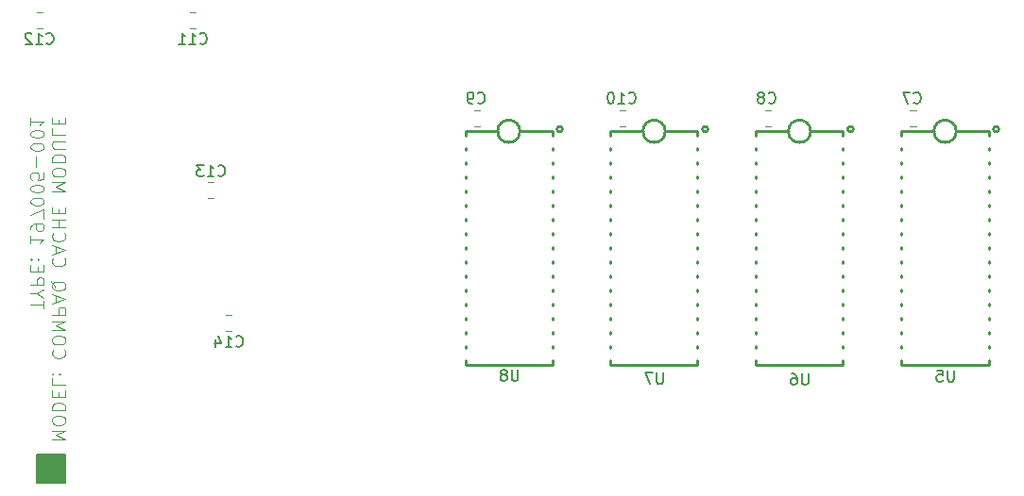
<source format=gbr>
%TF.GenerationSoftware,KiCad,Pcbnew,8.0.4*%
%TF.CreationDate,2024-09-02T10:09:59+02:00*%
%TF.ProjectId,sram,7372616d-2e6b-4696-9361-645f70636258,rev?*%
%TF.SameCoordinates,Original*%
%TF.FileFunction,Legend,Bot*%
%TF.FilePolarity,Positive*%
%FSLAX46Y46*%
G04 Gerber Fmt 4.6, Leading zero omitted, Abs format (unit mm)*
G04 Created by KiCad (PCBNEW 8.0.4) date 2024-09-02 10:09:59*
%MOMM*%
%LPD*%
G01*
G04 APERTURE LIST*
%ADD10C,0.200000*%
%ADD11C,0.125000*%
%ADD12C,0.150000*%
%ADD13C,0.120000*%
%ADD14C,0.250000*%
G04 APERTURE END LIST*
D10*
X141494702Y-100600000D02*
X144034702Y-100600000D01*
X144034702Y-103140000D01*
X141494702Y-103140000D01*
X141494702Y-100600000D01*
G36*
X141494702Y-100600000D02*
G01*
X144034702Y-100600000D01*
X144034702Y-103140000D01*
X141494702Y-103140000D01*
X141494702Y-100600000D01*
G37*
D11*
X142873049Y-99225095D02*
X144073049Y-99225095D01*
X144073049Y-99225095D02*
X143215906Y-98825095D01*
X143215906Y-98825095D02*
X144073049Y-98425095D01*
X144073049Y-98425095D02*
X142873049Y-98425095D01*
X144073049Y-97625095D02*
X144073049Y-97396523D01*
X144073049Y-97396523D02*
X144015906Y-97282238D01*
X144015906Y-97282238D02*
X143901620Y-97167952D01*
X143901620Y-97167952D02*
X143673049Y-97110809D01*
X143673049Y-97110809D02*
X143273049Y-97110809D01*
X143273049Y-97110809D02*
X143044477Y-97167952D01*
X143044477Y-97167952D02*
X142930192Y-97282238D01*
X142930192Y-97282238D02*
X142873049Y-97396523D01*
X142873049Y-97396523D02*
X142873049Y-97625095D01*
X142873049Y-97625095D02*
X142930192Y-97739381D01*
X142930192Y-97739381D02*
X143044477Y-97853666D01*
X143044477Y-97853666D02*
X143273049Y-97910809D01*
X143273049Y-97910809D02*
X143673049Y-97910809D01*
X143673049Y-97910809D02*
X143901620Y-97853666D01*
X143901620Y-97853666D02*
X144015906Y-97739381D01*
X144015906Y-97739381D02*
X144073049Y-97625095D01*
X142873049Y-96596523D02*
X144073049Y-96596523D01*
X144073049Y-96596523D02*
X144073049Y-96310809D01*
X144073049Y-96310809D02*
X144015906Y-96139380D01*
X144015906Y-96139380D02*
X143901620Y-96025095D01*
X143901620Y-96025095D02*
X143787334Y-95967952D01*
X143787334Y-95967952D02*
X143558763Y-95910809D01*
X143558763Y-95910809D02*
X143387334Y-95910809D01*
X143387334Y-95910809D02*
X143158763Y-95967952D01*
X143158763Y-95967952D02*
X143044477Y-96025095D01*
X143044477Y-96025095D02*
X142930192Y-96139380D01*
X142930192Y-96139380D02*
X142873049Y-96310809D01*
X142873049Y-96310809D02*
X142873049Y-96596523D01*
X143501620Y-95396523D02*
X143501620Y-94996523D01*
X142873049Y-94825095D02*
X142873049Y-95396523D01*
X142873049Y-95396523D02*
X144073049Y-95396523D01*
X144073049Y-95396523D02*
X144073049Y-94825095D01*
X142873049Y-93739381D02*
X142873049Y-94310809D01*
X142873049Y-94310809D02*
X144073049Y-94310809D01*
X142987334Y-93339380D02*
X142930192Y-93282237D01*
X142930192Y-93282237D02*
X142873049Y-93339380D01*
X142873049Y-93339380D02*
X142930192Y-93396523D01*
X142930192Y-93396523D02*
X142987334Y-93339380D01*
X142987334Y-93339380D02*
X142873049Y-93339380D01*
X143615906Y-93339380D02*
X143558763Y-93282237D01*
X143558763Y-93282237D02*
X143501620Y-93339380D01*
X143501620Y-93339380D02*
X143558763Y-93396523D01*
X143558763Y-93396523D02*
X143615906Y-93339380D01*
X143615906Y-93339380D02*
X143501620Y-93339380D01*
X142987334Y-91167951D02*
X142930192Y-91225094D01*
X142930192Y-91225094D02*
X142873049Y-91396522D01*
X142873049Y-91396522D02*
X142873049Y-91510808D01*
X142873049Y-91510808D02*
X142930192Y-91682237D01*
X142930192Y-91682237D02*
X143044477Y-91796522D01*
X143044477Y-91796522D02*
X143158763Y-91853665D01*
X143158763Y-91853665D02*
X143387334Y-91910808D01*
X143387334Y-91910808D02*
X143558763Y-91910808D01*
X143558763Y-91910808D02*
X143787334Y-91853665D01*
X143787334Y-91853665D02*
X143901620Y-91796522D01*
X143901620Y-91796522D02*
X144015906Y-91682237D01*
X144015906Y-91682237D02*
X144073049Y-91510808D01*
X144073049Y-91510808D02*
X144073049Y-91396522D01*
X144073049Y-91396522D02*
X144015906Y-91225094D01*
X144015906Y-91225094D02*
X143958763Y-91167951D01*
X144073049Y-90425094D02*
X144073049Y-90196522D01*
X144073049Y-90196522D02*
X144015906Y-90082237D01*
X144015906Y-90082237D02*
X143901620Y-89967951D01*
X143901620Y-89967951D02*
X143673049Y-89910808D01*
X143673049Y-89910808D02*
X143273049Y-89910808D01*
X143273049Y-89910808D02*
X143044477Y-89967951D01*
X143044477Y-89967951D02*
X142930192Y-90082237D01*
X142930192Y-90082237D02*
X142873049Y-90196522D01*
X142873049Y-90196522D02*
X142873049Y-90425094D01*
X142873049Y-90425094D02*
X142930192Y-90539380D01*
X142930192Y-90539380D02*
X143044477Y-90653665D01*
X143044477Y-90653665D02*
X143273049Y-90710808D01*
X143273049Y-90710808D02*
X143673049Y-90710808D01*
X143673049Y-90710808D02*
X143901620Y-90653665D01*
X143901620Y-90653665D02*
X144015906Y-90539380D01*
X144015906Y-90539380D02*
X144073049Y-90425094D01*
X142873049Y-89396522D02*
X144073049Y-89396522D01*
X144073049Y-89396522D02*
X143215906Y-88996522D01*
X143215906Y-88996522D02*
X144073049Y-88596522D01*
X144073049Y-88596522D02*
X142873049Y-88596522D01*
X142873049Y-88025093D02*
X144073049Y-88025093D01*
X144073049Y-88025093D02*
X144073049Y-87567950D01*
X144073049Y-87567950D02*
X144015906Y-87453665D01*
X144015906Y-87453665D02*
X143958763Y-87396522D01*
X143958763Y-87396522D02*
X143844477Y-87339379D01*
X143844477Y-87339379D02*
X143673049Y-87339379D01*
X143673049Y-87339379D02*
X143558763Y-87396522D01*
X143558763Y-87396522D02*
X143501620Y-87453665D01*
X143501620Y-87453665D02*
X143444477Y-87567950D01*
X143444477Y-87567950D02*
X143444477Y-88025093D01*
X143215906Y-86882236D02*
X143215906Y-86310808D01*
X142873049Y-86996522D02*
X144073049Y-86596522D01*
X144073049Y-86596522D02*
X142873049Y-86196522D01*
X142758763Y-84996522D02*
X142815906Y-85110808D01*
X142815906Y-85110808D02*
X142930192Y-85225094D01*
X142930192Y-85225094D02*
X143101620Y-85396522D01*
X143101620Y-85396522D02*
X143158763Y-85510808D01*
X143158763Y-85510808D02*
X143158763Y-85625094D01*
X142873049Y-85567951D02*
X142930192Y-85682237D01*
X142930192Y-85682237D02*
X143044477Y-85796522D01*
X143044477Y-85796522D02*
X143273049Y-85853665D01*
X143273049Y-85853665D02*
X143673049Y-85853665D01*
X143673049Y-85853665D02*
X143901620Y-85796522D01*
X143901620Y-85796522D02*
X144015906Y-85682237D01*
X144015906Y-85682237D02*
X144073049Y-85567951D01*
X144073049Y-85567951D02*
X144073049Y-85339379D01*
X144073049Y-85339379D02*
X144015906Y-85225094D01*
X144015906Y-85225094D02*
X143901620Y-85110808D01*
X143901620Y-85110808D02*
X143673049Y-85053665D01*
X143673049Y-85053665D02*
X143273049Y-85053665D01*
X143273049Y-85053665D02*
X143044477Y-85110808D01*
X143044477Y-85110808D02*
X142930192Y-85225094D01*
X142930192Y-85225094D02*
X142873049Y-85339379D01*
X142873049Y-85339379D02*
X142873049Y-85567951D01*
X142987334Y-82939379D02*
X142930192Y-82996522D01*
X142930192Y-82996522D02*
X142873049Y-83167950D01*
X142873049Y-83167950D02*
X142873049Y-83282236D01*
X142873049Y-83282236D02*
X142930192Y-83453665D01*
X142930192Y-83453665D02*
X143044477Y-83567950D01*
X143044477Y-83567950D02*
X143158763Y-83625093D01*
X143158763Y-83625093D02*
X143387334Y-83682236D01*
X143387334Y-83682236D02*
X143558763Y-83682236D01*
X143558763Y-83682236D02*
X143787334Y-83625093D01*
X143787334Y-83625093D02*
X143901620Y-83567950D01*
X143901620Y-83567950D02*
X144015906Y-83453665D01*
X144015906Y-83453665D02*
X144073049Y-83282236D01*
X144073049Y-83282236D02*
X144073049Y-83167950D01*
X144073049Y-83167950D02*
X144015906Y-82996522D01*
X144015906Y-82996522D02*
X143958763Y-82939379D01*
X143215906Y-82482236D02*
X143215906Y-81910808D01*
X142873049Y-82596522D02*
X144073049Y-82196522D01*
X144073049Y-82196522D02*
X142873049Y-81796522D01*
X142987334Y-80710808D02*
X142930192Y-80767951D01*
X142930192Y-80767951D02*
X142873049Y-80939379D01*
X142873049Y-80939379D02*
X142873049Y-81053665D01*
X142873049Y-81053665D02*
X142930192Y-81225094D01*
X142930192Y-81225094D02*
X143044477Y-81339379D01*
X143044477Y-81339379D02*
X143158763Y-81396522D01*
X143158763Y-81396522D02*
X143387334Y-81453665D01*
X143387334Y-81453665D02*
X143558763Y-81453665D01*
X143558763Y-81453665D02*
X143787334Y-81396522D01*
X143787334Y-81396522D02*
X143901620Y-81339379D01*
X143901620Y-81339379D02*
X144015906Y-81225094D01*
X144015906Y-81225094D02*
X144073049Y-81053665D01*
X144073049Y-81053665D02*
X144073049Y-80939379D01*
X144073049Y-80939379D02*
X144015906Y-80767951D01*
X144015906Y-80767951D02*
X143958763Y-80710808D01*
X142873049Y-80196522D02*
X144073049Y-80196522D01*
X143501620Y-80196522D02*
X143501620Y-79510808D01*
X142873049Y-79510808D02*
X144073049Y-79510808D01*
X143501620Y-78939379D02*
X143501620Y-78539379D01*
X142873049Y-78367951D02*
X142873049Y-78939379D01*
X142873049Y-78939379D02*
X144073049Y-78939379D01*
X144073049Y-78939379D02*
X144073049Y-78367951D01*
X142873049Y-76939379D02*
X144073049Y-76939379D01*
X144073049Y-76939379D02*
X143215906Y-76539379D01*
X143215906Y-76539379D02*
X144073049Y-76139379D01*
X144073049Y-76139379D02*
X142873049Y-76139379D01*
X144073049Y-75339379D02*
X144073049Y-75110807D01*
X144073049Y-75110807D02*
X144015906Y-74996522D01*
X144015906Y-74996522D02*
X143901620Y-74882236D01*
X143901620Y-74882236D02*
X143673049Y-74825093D01*
X143673049Y-74825093D02*
X143273049Y-74825093D01*
X143273049Y-74825093D02*
X143044477Y-74882236D01*
X143044477Y-74882236D02*
X142930192Y-74996522D01*
X142930192Y-74996522D02*
X142873049Y-75110807D01*
X142873049Y-75110807D02*
X142873049Y-75339379D01*
X142873049Y-75339379D02*
X142930192Y-75453665D01*
X142930192Y-75453665D02*
X143044477Y-75567950D01*
X143044477Y-75567950D02*
X143273049Y-75625093D01*
X143273049Y-75625093D02*
X143673049Y-75625093D01*
X143673049Y-75625093D02*
X143901620Y-75567950D01*
X143901620Y-75567950D02*
X144015906Y-75453665D01*
X144015906Y-75453665D02*
X144073049Y-75339379D01*
X142873049Y-74310807D02*
X144073049Y-74310807D01*
X144073049Y-74310807D02*
X144073049Y-74025093D01*
X144073049Y-74025093D02*
X144015906Y-73853664D01*
X144015906Y-73853664D02*
X143901620Y-73739379D01*
X143901620Y-73739379D02*
X143787334Y-73682236D01*
X143787334Y-73682236D02*
X143558763Y-73625093D01*
X143558763Y-73625093D02*
X143387334Y-73625093D01*
X143387334Y-73625093D02*
X143158763Y-73682236D01*
X143158763Y-73682236D02*
X143044477Y-73739379D01*
X143044477Y-73739379D02*
X142930192Y-73853664D01*
X142930192Y-73853664D02*
X142873049Y-74025093D01*
X142873049Y-74025093D02*
X142873049Y-74310807D01*
X144073049Y-73110807D02*
X143101620Y-73110807D01*
X143101620Y-73110807D02*
X142987334Y-73053664D01*
X142987334Y-73053664D02*
X142930192Y-72996522D01*
X142930192Y-72996522D02*
X142873049Y-72882236D01*
X142873049Y-72882236D02*
X142873049Y-72653664D01*
X142873049Y-72653664D02*
X142930192Y-72539379D01*
X142930192Y-72539379D02*
X142987334Y-72482236D01*
X142987334Y-72482236D02*
X143101620Y-72425093D01*
X143101620Y-72425093D02*
X144073049Y-72425093D01*
X142873049Y-71282236D02*
X142873049Y-71853664D01*
X142873049Y-71853664D02*
X144073049Y-71853664D01*
X143501620Y-70882235D02*
X143501620Y-70482235D01*
X142873049Y-70310807D02*
X142873049Y-70882235D01*
X142873049Y-70882235D02*
X144073049Y-70882235D01*
X144073049Y-70882235D02*
X144073049Y-70310807D01*
X142141116Y-87453663D02*
X142141116Y-86767949D01*
X140941116Y-87110806D02*
X142141116Y-87110806D01*
X141512544Y-86139377D02*
X140941116Y-86139377D01*
X142141116Y-86539377D02*
X141512544Y-86139377D01*
X141512544Y-86139377D02*
X142141116Y-85739377D01*
X140941116Y-85339377D02*
X142141116Y-85339377D01*
X142141116Y-85339377D02*
X142141116Y-84882234D01*
X142141116Y-84882234D02*
X142083973Y-84767949D01*
X142083973Y-84767949D02*
X142026830Y-84710806D01*
X142026830Y-84710806D02*
X141912544Y-84653663D01*
X141912544Y-84653663D02*
X141741116Y-84653663D01*
X141741116Y-84653663D02*
X141626830Y-84710806D01*
X141626830Y-84710806D02*
X141569687Y-84767949D01*
X141569687Y-84767949D02*
X141512544Y-84882234D01*
X141512544Y-84882234D02*
X141512544Y-85339377D01*
X141569687Y-84139377D02*
X141569687Y-83739377D01*
X140941116Y-83567949D02*
X140941116Y-84139377D01*
X140941116Y-84139377D02*
X142141116Y-84139377D01*
X142141116Y-84139377D02*
X142141116Y-83567949D01*
X141055401Y-83053663D02*
X140998259Y-82996520D01*
X140998259Y-82996520D02*
X140941116Y-83053663D01*
X140941116Y-83053663D02*
X140998259Y-83110806D01*
X140998259Y-83110806D02*
X141055401Y-83053663D01*
X141055401Y-83053663D02*
X140941116Y-83053663D01*
X141683973Y-83053663D02*
X141626830Y-82996520D01*
X141626830Y-82996520D02*
X141569687Y-83053663D01*
X141569687Y-83053663D02*
X141626830Y-83110806D01*
X141626830Y-83110806D02*
X141683973Y-83053663D01*
X141683973Y-83053663D02*
X141569687Y-83053663D01*
X140941116Y-80939377D02*
X140941116Y-81625091D01*
X140941116Y-81282234D02*
X142141116Y-81282234D01*
X142141116Y-81282234D02*
X141969687Y-81396520D01*
X141969687Y-81396520D02*
X141855401Y-81510805D01*
X141855401Y-81510805D02*
X141798259Y-81625091D01*
X140941116Y-80367948D02*
X140941116Y-80139377D01*
X140941116Y-80139377D02*
X140998259Y-80025091D01*
X140998259Y-80025091D02*
X141055401Y-79967948D01*
X141055401Y-79967948D02*
X141226830Y-79853663D01*
X141226830Y-79853663D02*
X141455401Y-79796520D01*
X141455401Y-79796520D02*
X141912544Y-79796520D01*
X141912544Y-79796520D02*
X142026830Y-79853663D01*
X142026830Y-79853663D02*
X142083973Y-79910806D01*
X142083973Y-79910806D02*
X142141116Y-80025091D01*
X142141116Y-80025091D02*
X142141116Y-80253663D01*
X142141116Y-80253663D02*
X142083973Y-80367948D01*
X142083973Y-80367948D02*
X142026830Y-80425091D01*
X142026830Y-80425091D02*
X141912544Y-80482234D01*
X141912544Y-80482234D02*
X141626830Y-80482234D01*
X141626830Y-80482234D02*
X141512544Y-80425091D01*
X141512544Y-80425091D02*
X141455401Y-80367948D01*
X141455401Y-80367948D02*
X141398259Y-80253663D01*
X141398259Y-80253663D02*
X141398259Y-80025091D01*
X141398259Y-80025091D02*
X141455401Y-79910806D01*
X141455401Y-79910806D02*
X141512544Y-79853663D01*
X141512544Y-79853663D02*
X141626830Y-79796520D01*
X142141116Y-79396520D02*
X142141116Y-78596520D01*
X142141116Y-78596520D02*
X140941116Y-79110806D01*
X142141116Y-77910806D02*
X142141116Y-77796520D01*
X142141116Y-77796520D02*
X142083973Y-77682234D01*
X142083973Y-77682234D02*
X142026830Y-77625092D01*
X142026830Y-77625092D02*
X141912544Y-77567949D01*
X141912544Y-77567949D02*
X141683973Y-77510806D01*
X141683973Y-77510806D02*
X141398259Y-77510806D01*
X141398259Y-77510806D02*
X141169687Y-77567949D01*
X141169687Y-77567949D02*
X141055401Y-77625092D01*
X141055401Y-77625092D02*
X140998259Y-77682234D01*
X140998259Y-77682234D02*
X140941116Y-77796520D01*
X140941116Y-77796520D02*
X140941116Y-77910806D01*
X140941116Y-77910806D02*
X140998259Y-78025092D01*
X140998259Y-78025092D02*
X141055401Y-78082234D01*
X141055401Y-78082234D02*
X141169687Y-78139377D01*
X141169687Y-78139377D02*
X141398259Y-78196520D01*
X141398259Y-78196520D02*
X141683973Y-78196520D01*
X141683973Y-78196520D02*
X141912544Y-78139377D01*
X141912544Y-78139377D02*
X142026830Y-78082234D01*
X142026830Y-78082234D02*
X142083973Y-78025092D01*
X142083973Y-78025092D02*
X142141116Y-77910806D01*
X142141116Y-76767949D02*
X142141116Y-76653663D01*
X142141116Y-76653663D02*
X142083973Y-76539377D01*
X142083973Y-76539377D02*
X142026830Y-76482235D01*
X142026830Y-76482235D02*
X141912544Y-76425092D01*
X141912544Y-76425092D02*
X141683973Y-76367949D01*
X141683973Y-76367949D02*
X141398259Y-76367949D01*
X141398259Y-76367949D02*
X141169687Y-76425092D01*
X141169687Y-76425092D02*
X141055401Y-76482235D01*
X141055401Y-76482235D02*
X140998259Y-76539377D01*
X140998259Y-76539377D02*
X140941116Y-76653663D01*
X140941116Y-76653663D02*
X140941116Y-76767949D01*
X140941116Y-76767949D02*
X140998259Y-76882235D01*
X140998259Y-76882235D02*
X141055401Y-76939377D01*
X141055401Y-76939377D02*
X141169687Y-76996520D01*
X141169687Y-76996520D02*
X141398259Y-77053663D01*
X141398259Y-77053663D02*
X141683973Y-77053663D01*
X141683973Y-77053663D02*
X141912544Y-76996520D01*
X141912544Y-76996520D02*
X142026830Y-76939377D01*
X142026830Y-76939377D02*
X142083973Y-76882235D01*
X142083973Y-76882235D02*
X142141116Y-76767949D01*
X142141116Y-75282235D02*
X142141116Y-75853663D01*
X142141116Y-75853663D02*
X141569687Y-75910806D01*
X141569687Y-75910806D02*
X141626830Y-75853663D01*
X141626830Y-75853663D02*
X141683973Y-75739378D01*
X141683973Y-75739378D02*
X141683973Y-75453663D01*
X141683973Y-75453663D02*
X141626830Y-75339378D01*
X141626830Y-75339378D02*
X141569687Y-75282235D01*
X141569687Y-75282235D02*
X141455401Y-75225092D01*
X141455401Y-75225092D02*
X141169687Y-75225092D01*
X141169687Y-75225092D02*
X141055401Y-75282235D01*
X141055401Y-75282235D02*
X140998259Y-75339378D01*
X140998259Y-75339378D02*
X140941116Y-75453663D01*
X140941116Y-75453663D02*
X140941116Y-75739378D01*
X140941116Y-75739378D02*
X140998259Y-75853663D01*
X140998259Y-75853663D02*
X141055401Y-75910806D01*
X141398259Y-74710806D02*
X141398259Y-73796521D01*
X142141116Y-72996521D02*
X142141116Y-72882235D01*
X142141116Y-72882235D02*
X142083973Y-72767949D01*
X142083973Y-72767949D02*
X142026830Y-72710807D01*
X142026830Y-72710807D02*
X141912544Y-72653664D01*
X141912544Y-72653664D02*
X141683973Y-72596521D01*
X141683973Y-72596521D02*
X141398259Y-72596521D01*
X141398259Y-72596521D02*
X141169687Y-72653664D01*
X141169687Y-72653664D02*
X141055401Y-72710807D01*
X141055401Y-72710807D02*
X140998259Y-72767949D01*
X140998259Y-72767949D02*
X140941116Y-72882235D01*
X140941116Y-72882235D02*
X140941116Y-72996521D01*
X140941116Y-72996521D02*
X140998259Y-73110807D01*
X140998259Y-73110807D02*
X141055401Y-73167949D01*
X141055401Y-73167949D02*
X141169687Y-73225092D01*
X141169687Y-73225092D02*
X141398259Y-73282235D01*
X141398259Y-73282235D02*
X141683973Y-73282235D01*
X141683973Y-73282235D02*
X141912544Y-73225092D01*
X141912544Y-73225092D02*
X142026830Y-73167949D01*
X142026830Y-73167949D02*
X142083973Y-73110807D01*
X142083973Y-73110807D02*
X142141116Y-72996521D01*
X142141116Y-71853664D02*
X142141116Y-71739378D01*
X142141116Y-71739378D02*
X142083973Y-71625092D01*
X142083973Y-71625092D02*
X142026830Y-71567950D01*
X142026830Y-71567950D02*
X141912544Y-71510807D01*
X141912544Y-71510807D02*
X141683973Y-71453664D01*
X141683973Y-71453664D02*
X141398259Y-71453664D01*
X141398259Y-71453664D02*
X141169687Y-71510807D01*
X141169687Y-71510807D02*
X141055401Y-71567950D01*
X141055401Y-71567950D02*
X140998259Y-71625092D01*
X140998259Y-71625092D02*
X140941116Y-71739378D01*
X140941116Y-71739378D02*
X140941116Y-71853664D01*
X140941116Y-71853664D02*
X140998259Y-71967950D01*
X140998259Y-71967950D02*
X141055401Y-72025092D01*
X141055401Y-72025092D02*
X141169687Y-72082235D01*
X141169687Y-72082235D02*
X141398259Y-72139378D01*
X141398259Y-72139378D02*
X141683973Y-72139378D01*
X141683973Y-72139378D02*
X141912544Y-72082235D01*
X141912544Y-72082235D02*
X142026830Y-72025092D01*
X142026830Y-72025092D02*
X142083973Y-71967950D01*
X142083973Y-71967950D02*
X142141116Y-71853664D01*
X140941116Y-70310807D02*
X140941116Y-70996521D01*
X140941116Y-70653664D02*
X142141116Y-70653664D01*
X142141116Y-70653664D02*
X141969687Y-70767950D01*
X141969687Y-70767950D02*
X141855401Y-70882235D01*
X141855401Y-70882235D02*
X141798259Y-70996521D01*
D12*
X207096666Y-68959580D02*
X207144285Y-69007200D01*
X207144285Y-69007200D02*
X207287142Y-69054819D01*
X207287142Y-69054819D02*
X207382380Y-69054819D01*
X207382380Y-69054819D02*
X207525237Y-69007200D01*
X207525237Y-69007200D02*
X207620475Y-68911961D01*
X207620475Y-68911961D02*
X207668094Y-68816723D01*
X207668094Y-68816723D02*
X207715713Y-68626247D01*
X207715713Y-68626247D02*
X207715713Y-68483390D01*
X207715713Y-68483390D02*
X207668094Y-68292914D01*
X207668094Y-68292914D02*
X207620475Y-68197676D01*
X207620475Y-68197676D02*
X207525237Y-68102438D01*
X207525237Y-68102438D02*
X207382380Y-68054819D01*
X207382380Y-68054819D02*
X207287142Y-68054819D01*
X207287142Y-68054819D02*
X207144285Y-68102438D01*
X207144285Y-68102438D02*
X207096666Y-68150057D01*
X206525237Y-68483390D02*
X206620475Y-68435771D01*
X206620475Y-68435771D02*
X206668094Y-68388152D01*
X206668094Y-68388152D02*
X206715713Y-68292914D01*
X206715713Y-68292914D02*
X206715713Y-68245295D01*
X206715713Y-68245295D02*
X206668094Y-68150057D01*
X206668094Y-68150057D02*
X206620475Y-68102438D01*
X206620475Y-68102438D02*
X206525237Y-68054819D01*
X206525237Y-68054819D02*
X206334761Y-68054819D01*
X206334761Y-68054819D02*
X206239523Y-68102438D01*
X206239523Y-68102438D02*
X206191904Y-68150057D01*
X206191904Y-68150057D02*
X206144285Y-68245295D01*
X206144285Y-68245295D02*
X206144285Y-68292914D01*
X206144285Y-68292914D02*
X206191904Y-68388152D01*
X206191904Y-68388152D02*
X206239523Y-68435771D01*
X206239523Y-68435771D02*
X206334761Y-68483390D01*
X206334761Y-68483390D02*
X206525237Y-68483390D01*
X206525237Y-68483390D02*
X206620475Y-68531009D01*
X206620475Y-68531009D02*
X206668094Y-68578628D01*
X206668094Y-68578628D02*
X206715713Y-68673866D01*
X206715713Y-68673866D02*
X206715713Y-68864342D01*
X206715713Y-68864342D02*
X206668094Y-68959580D01*
X206668094Y-68959580D02*
X206620475Y-69007200D01*
X206620475Y-69007200D02*
X206525237Y-69054819D01*
X206525237Y-69054819D02*
X206334761Y-69054819D01*
X206334761Y-69054819D02*
X206239523Y-69007200D01*
X206239523Y-69007200D02*
X206191904Y-68959580D01*
X206191904Y-68959580D02*
X206144285Y-68864342D01*
X206144285Y-68864342D02*
X206144285Y-68673866D01*
X206144285Y-68673866D02*
X206191904Y-68578628D01*
X206191904Y-68578628D02*
X206239523Y-68531009D01*
X206239523Y-68531009D02*
X206334761Y-68483390D01*
X159362857Y-90829580D02*
X159410476Y-90877200D01*
X159410476Y-90877200D02*
X159553333Y-90924819D01*
X159553333Y-90924819D02*
X159648571Y-90924819D01*
X159648571Y-90924819D02*
X159791428Y-90877200D01*
X159791428Y-90877200D02*
X159886666Y-90781961D01*
X159886666Y-90781961D02*
X159934285Y-90686723D01*
X159934285Y-90686723D02*
X159981904Y-90496247D01*
X159981904Y-90496247D02*
X159981904Y-90353390D01*
X159981904Y-90353390D02*
X159934285Y-90162914D01*
X159934285Y-90162914D02*
X159886666Y-90067676D01*
X159886666Y-90067676D02*
X159791428Y-89972438D01*
X159791428Y-89972438D02*
X159648571Y-89924819D01*
X159648571Y-89924819D02*
X159553333Y-89924819D01*
X159553333Y-89924819D02*
X159410476Y-89972438D01*
X159410476Y-89972438D02*
X159362857Y-90020057D01*
X158410476Y-90924819D02*
X158981904Y-90924819D01*
X158696190Y-90924819D02*
X158696190Y-89924819D01*
X158696190Y-89924819D02*
X158791428Y-90067676D01*
X158791428Y-90067676D02*
X158886666Y-90162914D01*
X158886666Y-90162914D02*
X158981904Y-90210533D01*
X157553333Y-90258152D02*
X157553333Y-90924819D01*
X157791428Y-89877200D02*
X158029523Y-90591485D01*
X158029523Y-90591485D02*
X157410476Y-90591485D01*
X223721904Y-93024819D02*
X223721904Y-93834342D01*
X223721904Y-93834342D02*
X223674285Y-93929580D01*
X223674285Y-93929580D02*
X223626666Y-93977200D01*
X223626666Y-93977200D02*
X223531428Y-94024819D01*
X223531428Y-94024819D02*
X223340952Y-94024819D01*
X223340952Y-94024819D02*
X223245714Y-93977200D01*
X223245714Y-93977200D02*
X223198095Y-93929580D01*
X223198095Y-93929580D02*
X223150476Y-93834342D01*
X223150476Y-93834342D02*
X223150476Y-93024819D01*
X222198095Y-93024819D02*
X222674285Y-93024819D01*
X222674285Y-93024819D02*
X222721904Y-93501009D01*
X222721904Y-93501009D02*
X222674285Y-93453390D01*
X222674285Y-93453390D02*
X222579047Y-93405771D01*
X222579047Y-93405771D02*
X222340952Y-93405771D01*
X222340952Y-93405771D02*
X222245714Y-93453390D01*
X222245714Y-93453390D02*
X222198095Y-93501009D01*
X222198095Y-93501009D02*
X222150476Y-93596247D01*
X222150476Y-93596247D02*
X222150476Y-93834342D01*
X222150476Y-93834342D02*
X222198095Y-93929580D01*
X222198095Y-93929580D02*
X222245714Y-93977200D01*
X222245714Y-93977200D02*
X222340952Y-94024819D01*
X222340952Y-94024819D02*
X222579047Y-94024819D01*
X222579047Y-94024819D02*
X222674285Y-93977200D01*
X222674285Y-93977200D02*
X222721904Y-93929580D01*
X210651904Y-93314819D02*
X210651904Y-94124342D01*
X210651904Y-94124342D02*
X210604285Y-94219580D01*
X210604285Y-94219580D02*
X210556666Y-94267200D01*
X210556666Y-94267200D02*
X210461428Y-94314819D01*
X210461428Y-94314819D02*
X210270952Y-94314819D01*
X210270952Y-94314819D02*
X210175714Y-94267200D01*
X210175714Y-94267200D02*
X210128095Y-94219580D01*
X210128095Y-94219580D02*
X210080476Y-94124342D01*
X210080476Y-94124342D02*
X210080476Y-93314819D01*
X209175714Y-93314819D02*
X209366190Y-93314819D01*
X209366190Y-93314819D02*
X209461428Y-93362438D01*
X209461428Y-93362438D02*
X209509047Y-93410057D01*
X209509047Y-93410057D02*
X209604285Y-93552914D01*
X209604285Y-93552914D02*
X209651904Y-93743390D01*
X209651904Y-93743390D02*
X209651904Y-94124342D01*
X209651904Y-94124342D02*
X209604285Y-94219580D01*
X209604285Y-94219580D02*
X209556666Y-94267200D01*
X209556666Y-94267200D02*
X209461428Y-94314819D01*
X209461428Y-94314819D02*
X209270952Y-94314819D01*
X209270952Y-94314819D02*
X209175714Y-94267200D01*
X209175714Y-94267200D02*
X209128095Y-94219580D01*
X209128095Y-94219580D02*
X209080476Y-94124342D01*
X209080476Y-94124342D02*
X209080476Y-93886247D01*
X209080476Y-93886247D02*
X209128095Y-93791009D01*
X209128095Y-93791009D02*
X209175714Y-93743390D01*
X209175714Y-93743390D02*
X209270952Y-93695771D01*
X209270952Y-93695771D02*
X209461428Y-93695771D01*
X209461428Y-93695771D02*
X209556666Y-93743390D01*
X209556666Y-93743390D02*
X209604285Y-93791009D01*
X209604285Y-93791009D02*
X209651904Y-93886247D01*
X220116666Y-68959580D02*
X220164285Y-69007200D01*
X220164285Y-69007200D02*
X220307142Y-69054819D01*
X220307142Y-69054819D02*
X220402380Y-69054819D01*
X220402380Y-69054819D02*
X220545237Y-69007200D01*
X220545237Y-69007200D02*
X220640475Y-68911961D01*
X220640475Y-68911961D02*
X220688094Y-68816723D01*
X220688094Y-68816723D02*
X220735713Y-68626247D01*
X220735713Y-68626247D02*
X220735713Y-68483390D01*
X220735713Y-68483390D02*
X220688094Y-68292914D01*
X220688094Y-68292914D02*
X220640475Y-68197676D01*
X220640475Y-68197676D02*
X220545237Y-68102438D01*
X220545237Y-68102438D02*
X220402380Y-68054819D01*
X220402380Y-68054819D02*
X220307142Y-68054819D01*
X220307142Y-68054819D02*
X220164285Y-68102438D01*
X220164285Y-68102438D02*
X220116666Y-68150057D01*
X219783332Y-68054819D02*
X219116666Y-68054819D01*
X219116666Y-68054819D02*
X219545237Y-69054819D01*
X181036666Y-68959580D02*
X181084285Y-69007200D01*
X181084285Y-69007200D02*
X181227142Y-69054819D01*
X181227142Y-69054819D02*
X181322380Y-69054819D01*
X181322380Y-69054819D02*
X181465237Y-69007200D01*
X181465237Y-69007200D02*
X181560475Y-68911961D01*
X181560475Y-68911961D02*
X181608094Y-68816723D01*
X181608094Y-68816723D02*
X181655713Y-68626247D01*
X181655713Y-68626247D02*
X181655713Y-68483390D01*
X181655713Y-68483390D02*
X181608094Y-68292914D01*
X181608094Y-68292914D02*
X181560475Y-68197676D01*
X181560475Y-68197676D02*
X181465237Y-68102438D01*
X181465237Y-68102438D02*
X181322380Y-68054819D01*
X181322380Y-68054819D02*
X181227142Y-68054819D01*
X181227142Y-68054819D02*
X181084285Y-68102438D01*
X181084285Y-68102438D02*
X181036666Y-68150057D01*
X180560475Y-69054819D02*
X180369999Y-69054819D01*
X180369999Y-69054819D02*
X180274761Y-69007200D01*
X180274761Y-69007200D02*
X180227142Y-68959580D01*
X180227142Y-68959580D02*
X180131904Y-68816723D01*
X180131904Y-68816723D02*
X180084285Y-68626247D01*
X180084285Y-68626247D02*
X180084285Y-68245295D01*
X180084285Y-68245295D02*
X180131904Y-68150057D01*
X180131904Y-68150057D02*
X180179523Y-68102438D01*
X180179523Y-68102438D02*
X180274761Y-68054819D01*
X180274761Y-68054819D02*
X180465237Y-68054819D01*
X180465237Y-68054819D02*
X180560475Y-68102438D01*
X180560475Y-68102438D02*
X180608094Y-68150057D01*
X180608094Y-68150057D02*
X180655713Y-68245295D01*
X180655713Y-68245295D02*
X180655713Y-68483390D01*
X180655713Y-68483390D02*
X180608094Y-68578628D01*
X180608094Y-68578628D02*
X180560475Y-68626247D01*
X180560475Y-68626247D02*
X180465237Y-68673866D01*
X180465237Y-68673866D02*
X180274761Y-68673866D01*
X180274761Y-68673866D02*
X180179523Y-68626247D01*
X180179523Y-68626247D02*
X180131904Y-68578628D01*
X180131904Y-68578628D02*
X180084285Y-68483390D01*
X194562857Y-68959580D02*
X194610476Y-69007200D01*
X194610476Y-69007200D02*
X194753333Y-69054819D01*
X194753333Y-69054819D02*
X194848571Y-69054819D01*
X194848571Y-69054819D02*
X194991428Y-69007200D01*
X194991428Y-69007200D02*
X195086666Y-68911961D01*
X195086666Y-68911961D02*
X195134285Y-68816723D01*
X195134285Y-68816723D02*
X195181904Y-68626247D01*
X195181904Y-68626247D02*
X195181904Y-68483390D01*
X195181904Y-68483390D02*
X195134285Y-68292914D01*
X195134285Y-68292914D02*
X195086666Y-68197676D01*
X195086666Y-68197676D02*
X194991428Y-68102438D01*
X194991428Y-68102438D02*
X194848571Y-68054819D01*
X194848571Y-68054819D02*
X194753333Y-68054819D01*
X194753333Y-68054819D02*
X194610476Y-68102438D01*
X194610476Y-68102438D02*
X194562857Y-68150057D01*
X193610476Y-69054819D02*
X194181904Y-69054819D01*
X193896190Y-69054819D02*
X193896190Y-68054819D01*
X193896190Y-68054819D02*
X193991428Y-68197676D01*
X193991428Y-68197676D02*
X194086666Y-68292914D01*
X194086666Y-68292914D02*
X194181904Y-68340533D01*
X192991428Y-68054819D02*
X192896190Y-68054819D01*
X192896190Y-68054819D02*
X192800952Y-68102438D01*
X192800952Y-68102438D02*
X192753333Y-68150057D01*
X192753333Y-68150057D02*
X192705714Y-68245295D01*
X192705714Y-68245295D02*
X192658095Y-68435771D01*
X192658095Y-68435771D02*
X192658095Y-68673866D01*
X192658095Y-68673866D02*
X192705714Y-68864342D01*
X192705714Y-68864342D02*
X192753333Y-68959580D01*
X192753333Y-68959580D02*
X192800952Y-69007200D01*
X192800952Y-69007200D02*
X192896190Y-69054819D01*
X192896190Y-69054819D02*
X192991428Y-69054819D01*
X192991428Y-69054819D02*
X193086666Y-69007200D01*
X193086666Y-69007200D02*
X193134285Y-68959580D01*
X193134285Y-68959580D02*
X193181904Y-68864342D01*
X193181904Y-68864342D02*
X193229523Y-68673866D01*
X193229523Y-68673866D02*
X193229523Y-68435771D01*
X193229523Y-68435771D02*
X193181904Y-68245295D01*
X193181904Y-68245295D02*
X193134285Y-68150057D01*
X193134285Y-68150057D02*
X193086666Y-68102438D01*
X193086666Y-68102438D02*
X192991428Y-68054819D01*
X156142857Y-63629580D02*
X156190476Y-63677200D01*
X156190476Y-63677200D02*
X156333333Y-63724819D01*
X156333333Y-63724819D02*
X156428571Y-63724819D01*
X156428571Y-63724819D02*
X156571428Y-63677200D01*
X156571428Y-63677200D02*
X156666666Y-63581961D01*
X156666666Y-63581961D02*
X156714285Y-63486723D01*
X156714285Y-63486723D02*
X156761904Y-63296247D01*
X156761904Y-63296247D02*
X156761904Y-63153390D01*
X156761904Y-63153390D02*
X156714285Y-62962914D01*
X156714285Y-62962914D02*
X156666666Y-62867676D01*
X156666666Y-62867676D02*
X156571428Y-62772438D01*
X156571428Y-62772438D02*
X156428571Y-62724819D01*
X156428571Y-62724819D02*
X156333333Y-62724819D01*
X156333333Y-62724819D02*
X156190476Y-62772438D01*
X156190476Y-62772438D02*
X156142857Y-62820057D01*
X155190476Y-63724819D02*
X155761904Y-63724819D01*
X155476190Y-63724819D02*
X155476190Y-62724819D01*
X155476190Y-62724819D02*
X155571428Y-62867676D01*
X155571428Y-62867676D02*
X155666666Y-62962914D01*
X155666666Y-62962914D02*
X155761904Y-63010533D01*
X154238095Y-63724819D02*
X154809523Y-63724819D01*
X154523809Y-63724819D02*
X154523809Y-62724819D01*
X154523809Y-62724819D02*
X154619047Y-62867676D01*
X154619047Y-62867676D02*
X154714285Y-62962914D01*
X154714285Y-62962914D02*
X154809523Y-63010533D01*
X157752857Y-75489580D02*
X157800476Y-75537200D01*
X157800476Y-75537200D02*
X157943333Y-75584819D01*
X157943333Y-75584819D02*
X158038571Y-75584819D01*
X158038571Y-75584819D02*
X158181428Y-75537200D01*
X158181428Y-75537200D02*
X158276666Y-75441961D01*
X158276666Y-75441961D02*
X158324285Y-75346723D01*
X158324285Y-75346723D02*
X158371904Y-75156247D01*
X158371904Y-75156247D02*
X158371904Y-75013390D01*
X158371904Y-75013390D02*
X158324285Y-74822914D01*
X158324285Y-74822914D02*
X158276666Y-74727676D01*
X158276666Y-74727676D02*
X158181428Y-74632438D01*
X158181428Y-74632438D02*
X158038571Y-74584819D01*
X158038571Y-74584819D02*
X157943333Y-74584819D01*
X157943333Y-74584819D02*
X157800476Y-74632438D01*
X157800476Y-74632438D02*
X157752857Y-74680057D01*
X156800476Y-75584819D02*
X157371904Y-75584819D01*
X157086190Y-75584819D02*
X157086190Y-74584819D01*
X157086190Y-74584819D02*
X157181428Y-74727676D01*
X157181428Y-74727676D02*
X157276666Y-74822914D01*
X157276666Y-74822914D02*
X157371904Y-74870533D01*
X156467142Y-74584819D02*
X155848095Y-74584819D01*
X155848095Y-74584819D02*
X156181428Y-74965771D01*
X156181428Y-74965771D02*
X156038571Y-74965771D01*
X156038571Y-74965771D02*
X155943333Y-75013390D01*
X155943333Y-75013390D02*
X155895714Y-75061009D01*
X155895714Y-75061009D02*
X155848095Y-75156247D01*
X155848095Y-75156247D02*
X155848095Y-75394342D01*
X155848095Y-75394342D02*
X155895714Y-75489580D01*
X155895714Y-75489580D02*
X155943333Y-75537200D01*
X155943333Y-75537200D02*
X156038571Y-75584819D01*
X156038571Y-75584819D02*
X156324285Y-75584819D01*
X156324285Y-75584819D02*
X156419523Y-75537200D01*
X156419523Y-75537200D02*
X156467142Y-75489580D01*
X197641904Y-93244819D02*
X197641904Y-94054342D01*
X197641904Y-94054342D02*
X197594285Y-94149580D01*
X197594285Y-94149580D02*
X197546666Y-94197200D01*
X197546666Y-94197200D02*
X197451428Y-94244819D01*
X197451428Y-94244819D02*
X197260952Y-94244819D01*
X197260952Y-94244819D02*
X197165714Y-94197200D01*
X197165714Y-94197200D02*
X197118095Y-94149580D01*
X197118095Y-94149580D02*
X197070476Y-94054342D01*
X197070476Y-94054342D02*
X197070476Y-93244819D01*
X196689523Y-93244819D02*
X196022857Y-93244819D01*
X196022857Y-93244819D02*
X196451428Y-94244819D01*
X184641904Y-92954819D02*
X184641904Y-93764342D01*
X184641904Y-93764342D02*
X184594285Y-93859580D01*
X184594285Y-93859580D02*
X184546666Y-93907200D01*
X184546666Y-93907200D02*
X184451428Y-93954819D01*
X184451428Y-93954819D02*
X184260952Y-93954819D01*
X184260952Y-93954819D02*
X184165714Y-93907200D01*
X184165714Y-93907200D02*
X184118095Y-93859580D01*
X184118095Y-93859580D02*
X184070476Y-93764342D01*
X184070476Y-93764342D02*
X184070476Y-92954819D01*
X183451428Y-93383390D02*
X183546666Y-93335771D01*
X183546666Y-93335771D02*
X183594285Y-93288152D01*
X183594285Y-93288152D02*
X183641904Y-93192914D01*
X183641904Y-93192914D02*
X183641904Y-93145295D01*
X183641904Y-93145295D02*
X183594285Y-93050057D01*
X183594285Y-93050057D02*
X183546666Y-93002438D01*
X183546666Y-93002438D02*
X183451428Y-92954819D01*
X183451428Y-92954819D02*
X183260952Y-92954819D01*
X183260952Y-92954819D02*
X183165714Y-93002438D01*
X183165714Y-93002438D02*
X183118095Y-93050057D01*
X183118095Y-93050057D02*
X183070476Y-93145295D01*
X183070476Y-93145295D02*
X183070476Y-93192914D01*
X183070476Y-93192914D02*
X183118095Y-93288152D01*
X183118095Y-93288152D02*
X183165714Y-93335771D01*
X183165714Y-93335771D02*
X183260952Y-93383390D01*
X183260952Y-93383390D02*
X183451428Y-93383390D01*
X183451428Y-93383390D02*
X183546666Y-93431009D01*
X183546666Y-93431009D02*
X183594285Y-93478628D01*
X183594285Y-93478628D02*
X183641904Y-93573866D01*
X183641904Y-93573866D02*
X183641904Y-93764342D01*
X183641904Y-93764342D02*
X183594285Y-93859580D01*
X183594285Y-93859580D02*
X183546666Y-93907200D01*
X183546666Y-93907200D02*
X183451428Y-93954819D01*
X183451428Y-93954819D02*
X183260952Y-93954819D01*
X183260952Y-93954819D02*
X183165714Y-93907200D01*
X183165714Y-93907200D02*
X183118095Y-93859580D01*
X183118095Y-93859580D02*
X183070476Y-93764342D01*
X183070476Y-93764342D02*
X183070476Y-93573866D01*
X183070476Y-93573866D02*
X183118095Y-93478628D01*
X183118095Y-93478628D02*
X183165714Y-93431009D01*
X183165714Y-93431009D02*
X183260952Y-93383390D01*
X142382857Y-63629580D02*
X142430476Y-63677200D01*
X142430476Y-63677200D02*
X142573333Y-63724819D01*
X142573333Y-63724819D02*
X142668571Y-63724819D01*
X142668571Y-63724819D02*
X142811428Y-63677200D01*
X142811428Y-63677200D02*
X142906666Y-63581961D01*
X142906666Y-63581961D02*
X142954285Y-63486723D01*
X142954285Y-63486723D02*
X143001904Y-63296247D01*
X143001904Y-63296247D02*
X143001904Y-63153390D01*
X143001904Y-63153390D02*
X142954285Y-62962914D01*
X142954285Y-62962914D02*
X142906666Y-62867676D01*
X142906666Y-62867676D02*
X142811428Y-62772438D01*
X142811428Y-62772438D02*
X142668571Y-62724819D01*
X142668571Y-62724819D02*
X142573333Y-62724819D01*
X142573333Y-62724819D02*
X142430476Y-62772438D01*
X142430476Y-62772438D02*
X142382857Y-62820057D01*
X141430476Y-63724819D02*
X142001904Y-63724819D01*
X141716190Y-63724819D02*
X141716190Y-62724819D01*
X141716190Y-62724819D02*
X141811428Y-62867676D01*
X141811428Y-62867676D02*
X141906666Y-62962914D01*
X141906666Y-62962914D02*
X142001904Y-63010533D01*
X141049523Y-62820057D02*
X141001904Y-62772438D01*
X141001904Y-62772438D02*
X140906666Y-62724819D01*
X140906666Y-62724819D02*
X140668571Y-62724819D01*
X140668571Y-62724819D02*
X140573333Y-62772438D01*
X140573333Y-62772438D02*
X140525714Y-62820057D01*
X140525714Y-62820057D02*
X140478095Y-62915295D01*
X140478095Y-62915295D02*
X140478095Y-63010533D01*
X140478095Y-63010533D02*
X140525714Y-63153390D01*
X140525714Y-63153390D02*
X141097142Y-63724819D01*
X141097142Y-63724819D02*
X140478095Y-63724819D01*
D13*
%TO.C,C8*%
X207291252Y-69665000D02*
X206768748Y-69665000D01*
X207291252Y-71135000D02*
X206768748Y-71135000D01*
%TO.C,C14*%
X158981252Y-88055000D02*
X158458748Y-88055000D01*
X158981252Y-89525000D02*
X158458748Y-89525000D01*
D14*
%TO.C,U5*%
X219020000Y-71547500D02*
X221930000Y-71547500D01*
X219020000Y-71927500D02*
X219020000Y-71547500D01*
X219020000Y-73197500D02*
X219020000Y-73097500D01*
X219020000Y-74467500D02*
X219020000Y-74367500D01*
X219020000Y-75737500D02*
X219020000Y-75637500D01*
X219020000Y-77007500D02*
X219020000Y-76907500D01*
X219020000Y-78277500D02*
X219020000Y-78177500D01*
X219020000Y-79547500D02*
X219020000Y-79447500D01*
X219020000Y-80817500D02*
X219020000Y-80717500D01*
X219020000Y-82087500D02*
X219020000Y-81987500D01*
X219020000Y-83357500D02*
X219020000Y-83257500D01*
X219020000Y-84627500D02*
X219020000Y-84527500D01*
X219020000Y-85897500D02*
X219020000Y-85797500D01*
X219020000Y-87167500D02*
X219020000Y-87067500D01*
X219020000Y-88437500D02*
X219020000Y-88337500D01*
X219020000Y-89707500D02*
X219020000Y-89607500D01*
X219020000Y-90977500D02*
X219020000Y-90877500D01*
X219020000Y-92527500D02*
X219020000Y-92147500D01*
X223910000Y-71547500D02*
X226820000Y-71547500D01*
X226820000Y-71927500D02*
X226820000Y-71547500D01*
X226820000Y-73197500D02*
X226820000Y-73097500D01*
X226820000Y-74467500D02*
X226820000Y-74367500D01*
X226820000Y-75737500D02*
X226820000Y-75637500D01*
X226820000Y-77007500D02*
X226820000Y-76907500D01*
X226820000Y-78277500D02*
X226820000Y-78177500D01*
X226820000Y-79547500D02*
X226820000Y-79447500D01*
X226820000Y-80817500D02*
X226820000Y-80717500D01*
X226820000Y-82087500D02*
X226820000Y-81987500D01*
X226820000Y-83357500D02*
X226820000Y-83257500D01*
X226820000Y-84627500D02*
X226820000Y-84527500D01*
X226820000Y-85897500D02*
X226820000Y-85797500D01*
X226820000Y-87167500D02*
X226820000Y-87067500D01*
X226820000Y-88437500D02*
X226820000Y-88337500D01*
X226820000Y-89707500D02*
X226820000Y-89607500D01*
X226820000Y-90977500D02*
X226820000Y-90877500D01*
X226820000Y-92527500D02*
X219020000Y-92527500D01*
X226820000Y-92527500D02*
X226820000Y-92147500D01*
X223920000Y-71557500D02*
G75*
G02*
X223919848Y-71540048I-1000000J17D01*
G01*
X227740000Y-71367500D02*
G75*
G02*
X227240000Y-71367500I-250000J0D01*
G01*
X227240000Y-71367500D02*
G75*
G02*
X227740000Y-71367500I250000J0D01*
G01*
%TO.C,U6*%
X205970000Y-71547500D02*
X208880000Y-71547500D01*
X205970000Y-71927500D02*
X205970000Y-71547500D01*
X205970000Y-73197500D02*
X205970000Y-73097500D01*
X205970000Y-74467500D02*
X205970000Y-74367500D01*
X205970000Y-75737500D02*
X205970000Y-75637500D01*
X205970000Y-77007500D02*
X205970000Y-76907500D01*
X205970000Y-78277500D02*
X205970000Y-78177500D01*
X205970000Y-79547500D02*
X205970000Y-79447500D01*
X205970000Y-80817500D02*
X205970000Y-80717500D01*
X205970000Y-82087500D02*
X205970000Y-81987500D01*
X205970000Y-83357500D02*
X205970000Y-83257500D01*
X205970000Y-84627500D02*
X205970000Y-84527500D01*
X205970000Y-85897500D02*
X205970000Y-85797500D01*
X205970000Y-87167500D02*
X205970000Y-87067500D01*
X205970000Y-88437500D02*
X205970000Y-88337500D01*
X205970000Y-89707500D02*
X205970000Y-89607500D01*
X205970000Y-90977500D02*
X205970000Y-90877500D01*
X205970000Y-92527500D02*
X205970000Y-92147500D01*
X210860000Y-71547500D02*
X213770000Y-71547500D01*
X213770000Y-71927500D02*
X213770000Y-71547500D01*
X213770000Y-73197500D02*
X213770000Y-73097500D01*
X213770000Y-74467500D02*
X213770000Y-74367500D01*
X213770000Y-75737500D02*
X213770000Y-75637500D01*
X213770000Y-77007500D02*
X213770000Y-76907500D01*
X213770000Y-78277500D02*
X213770000Y-78177500D01*
X213770000Y-79547500D02*
X213770000Y-79447500D01*
X213770000Y-80817500D02*
X213770000Y-80717500D01*
X213770000Y-82087500D02*
X213770000Y-81987500D01*
X213770000Y-83357500D02*
X213770000Y-83257500D01*
X213770000Y-84627500D02*
X213770000Y-84527500D01*
X213770000Y-85897500D02*
X213770000Y-85797500D01*
X213770000Y-87167500D02*
X213770000Y-87067500D01*
X213770000Y-88437500D02*
X213770000Y-88337500D01*
X213770000Y-89707500D02*
X213770000Y-89607500D01*
X213770000Y-90977500D02*
X213770000Y-90877500D01*
X213770000Y-92527500D02*
X205970000Y-92527500D01*
X213770000Y-92527500D02*
X213770000Y-92147500D01*
X210870000Y-71557500D02*
G75*
G02*
X210869848Y-71540048I-1000000J17D01*
G01*
X214690000Y-71367500D02*
G75*
G02*
X214190000Y-71367500I-250000J0D01*
G01*
X214190000Y-71367500D02*
G75*
G02*
X214690000Y-71367500I250000J0D01*
G01*
D13*
%TO.C,C7*%
X220311252Y-69665000D02*
X219788748Y-69665000D01*
X220311252Y-71135000D02*
X219788748Y-71135000D01*
%TO.C,C9*%
X181231252Y-69665000D02*
X180708748Y-69665000D01*
X181231252Y-71135000D02*
X180708748Y-71135000D01*
%TO.C,C10*%
X194281252Y-69665000D02*
X193758748Y-69665000D01*
X194281252Y-71135000D02*
X193758748Y-71135000D01*
%TO.C,C11*%
X155761252Y-60855000D02*
X155238748Y-60855000D01*
X155761252Y-62325000D02*
X155238748Y-62325000D01*
%TO.C,C13*%
X156848748Y-76075000D02*
X157371252Y-76075000D01*
X156848748Y-77545000D02*
X157371252Y-77545000D01*
D14*
%TO.C,U7*%
X192940000Y-71547500D02*
X195850000Y-71547500D01*
X192940000Y-71927500D02*
X192940000Y-71547500D01*
X192940000Y-73197500D02*
X192940000Y-73097500D01*
X192940000Y-74467500D02*
X192940000Y-74367500D01*
X192940000Y-75737500D02*
X192940000Y-75637500D01*
X192940000Y-77007500D02*
X192940000Y-76907500D01*
X192940000Y-78277500D02*
X192940000Y-78177500D01*
X192940000Y-79547500D02*
X192940000Y-79447500D01*
X192940000Y-80817500D02*
X192940000Y-80717500D01*
X192940000Y-82087500D02*
X192940000Y-81987500D01*
X192940000Y-83357500D02*
X192940000Y-83257500D01*
X192940000Y-84627500D02*
X192940000Y-84527500D01*
X192940000Y-85897500D02*
X192940000Y-85797500D01*
X192940000Y-87167500D02*
X192940000Y-87067500D01*
X192940000Y-88437500D02*
X192940000Y-88337500D01*
X192940000Y-89707500D02*
X192940000Y-89607500D01*
X192940000Y-90977500D02*
X192940000Y-90877500D01*
X192940000Y-92527500D02*
X192940000Y-92147500D01*
X197830000Y-71547500D02*
X200740000Y-71547500D01*
X200740000Y-71927500D02*
X200740000Y-71547500D01*
X200740000Y-73197500D02*
X200740000Y-73097500D01*
X200740000Y-74467500D02*
X200740000Y-74367500D01*
X200740000Y-75737500D02*
X200740000Y-75637500D01*
X200740000Y-77007500D02*
X200740000Y-76907500D01*
X200740000Y-78277500D02*
X200740000Y-78177500D01*
X200740000Y-79547500D02*
X200740000Y-79447500D01*
X200740000Y-80817500D02*
X200740000Y-80717500D01*
X200740000Y-82087500D02*
X200740000Y-81987500D01*
X200740000Y-83357500D02*
X200740000Y-83257500D01*
X200740000Y-84627500D02*
X200740000Y-84527500D01*
X200740000Y-85897500D02*
X200740000Y-85797500D01*
X200740000Y-87167500D02*
X200740000Y-87067500D01*
X200740000Y-88437500D02*
X200740000Y-88337500D01*
X200740000Y-89707500D02*
X200740000Y-89607500D01*
X200740000Y-90977500D02*
X200740000Y-90877500D01*
X200740000Y-92527500D02*
X192940000Y-92527500D01*
X200740000Y-92527500D02*
X200740000Y-92147500D01*
X197840000Y-71557500D02*
G75*
G02*
X197839848Y-71540048I-1000000J17D01*
G01*
X201660000Y-71367500D02*
G75*
G02*
X201160000Y-71367500I-250000J0D01*
G01*
X201160000Y-71367500D02*
G75*
G02*
X201660000Y-71367500I250000J0D01*
G01*
%TO.C,U8*%
X179916666Y-71547500D02*
X182826666Y-71547500D01*
X179916666Y-71927500D02*
X179916666Y-71547500D01*
X179916666Y-73197500D02*
X179916666Y-73097500D01*
X179916666Y-74467500D02*
X179916666Y-74367500D01*
X179916666Y-75737500D02*
X179916666Y-75637500D01*
X179916666Y-77007500D02*
X179916666Y-76907500D01*
X179916666Y-78277500D02*
X179916666Y-78177500D01*
X179916666Y-79547500D02*
X179916666Y-79447500D01*
X179916666Y-80817500D02*
X179916666Y-80717500D01*
X179916666Y-82087500D02*
X179916666Y-81987500D01*
X179916666Y-83357500D02*
X179916666Y-83257500D01*
X179916666Y-84627500D02*
X179916666Y-84527500D01*
X179916666Y-85897500D02*
X179916666Y-85797500D01*
X179916666Y-87167500D02*
X179916666Y-87067500D01*
X179916666Y-88437500D02*
X179916666Y-88337500D01*
X179916666Y-89707500D02*
X179916666Y-89607500D01*
X179916666Y-90977500D02*
X179916666Y-90877500D01*
X179916666Y-92527500D02*
X179916666Y-92147500D01*
X184806666Y-71547500D02*
X187716666Y-71547500D01*
X187716666Y-71927500D02*
X187716666Y-71547500D01*
X187716666Y-73197500D02*
X187716666Y-73097500D01*
X187716666Y-74467500D02*
X187716666Y-74367500D01*
X187716666Y-75737500D02*
X187716666Y-75637500D01*
X187716666Y-77007500D02*
X187716666Y-76907500D01*
X187716666Y-78277500D02*
X187716666Y-78177500D01*
X187716666Y-79547500D02*
X187716666Y-79447500D01*
X187716666Y-80817500D02*
X187716666Y-80717500D01*
X187716666Y-82087500D02*
X187716666Y-81987500D01*
X187716666Y-83357500D02*
X187716666Y-83257500D01*
X187716666Y-84627500D02*
X187716666Y-84527500D01*
X187716666Y-85897500D02*
X187716666Y-85797500D01*
X187716666Y-87167500D02*
X187716666Y-87067500D01*
X187716666Y-88437500D02*
X187716666Y-88337500D01*
X187716666Y-89707500D02*
X187716666Y-89607500D01*
X187716666Y-90977500D02*
X187716666Y-90877500D01*
X187716666Y-92527500D02*
X179916666Y-92527500D01*
X187716666Y-92527500D02*
X187716666Y-92147500D01*
X184816666Y-71557500D02*
G75*
G02*
X184816514Y-71540048I-1000000J17D01*
G01*
X188636666Y-71367500D02*
G75*
G02*
X188136666Y-71367500I-250000J0D01*
G01*
X188136666Y-71367500D02*
G75*
G02*
X188636666Y-71367500I250000J0D01*
G01*
D13*
%TO.C,C12*%
X142001252Y-60855000D02*
X141478748Y-60855000D01*
X142001252Y-62325000D02*
X141478748Y-62325000D01*
%TD*%
M02*

</source>
